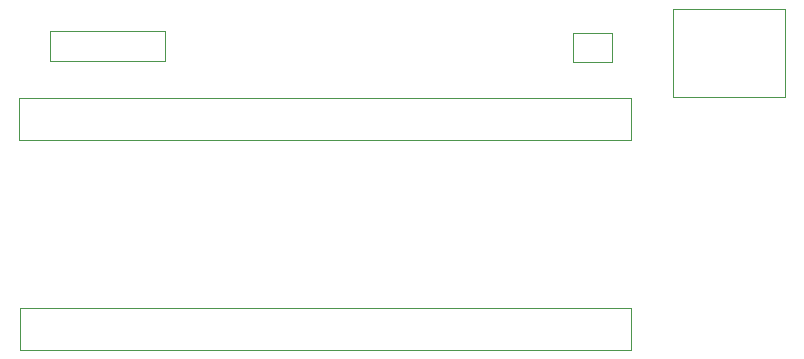
<source format=gbr>
G04 #@! TF.GenerationSoftware,KiCad,Pcbnew,8.0.5*
G04 #@! TF.CreationDate,2024-10-04T03:51:19+02:00*
G04 #@! TF.ProjectId,SD-10005v,53442d31-3030-4303-9576-2e6b69636164,rev?*
G04 #@! TF.SameCoordinates,Original*
G04 #@! TF.FileFunction,Other,User*
%FSLAX46Y46*%
G04 Gerber Fmt 4.6, Leading zero omitted, Abs format (unit mm)*
G04 Created by KiCad (PCBNEW 8.0.5) date 2024-10-04 03:51:19*
%MOMM*%
%LPD*%
G01*
G04 APERTURE LIST*
%ADD10C,0.050000*%
G04 APERTURE END LIST*
D10*
G04 #@! TO.C,J1*
X74720000Y-59050000D02*
X126520000Y-59050000D01*
X74720000Y-62600000D02*
X74720000Y-59050000D01*
X126520000Y-59050000D02*
X126520000Y-62600000D01*
X126520000Y-62600000D02*
X74720000Y-62600000D01*
G04 #@! TO.C,D1*
X77309000Y-35580000D02*
X77309000Y-38080000D01*
X77309000Y-38080000D02*
X87029000Y-38080000D01*
X87029000Y-35580000D02*
X77309000Y-35580000D01*
X87029000Y-38080000D02*
X87029000Y-35580000D01*
G04 #@! TO.C,J2*
X74700000Y-41250000D02*
X126500000Y-41250000D01*
X74700000Y-44800000D02*
X74700000Y-41250000D01*
X126500000Y-41250000D02*
X126500000Y-44800000D01*
X126500000Y-44800000D02*
X74700000Y-44800000D01*
G04 #@! TO.C,SW1*
X130000000Y-33700000D02*
X130250000Y-33700000D01*
X130000000Y-33950000D02*
X130000000Y-33700000D01*
X130000000Y-40950000D02*
X130000000Y-33950000D01*
X130000000Y-40950000D02*
X130000000Y-41200000D01*
X130000000Y-41200000D02*
X130250000Y-41200000D01*
X130250000Y-33700000D02*
X139250000Y-33700000D01*
X139250000Y-33700000D02*
X139500000Y-33700000D01*
X139250000Y-41200000D02*
X130250000Y-41200000D01*
X139250000Y-41200000D02*
X139500000Y-41200000D01*
X139500000Y-33700000D02*
X139500000Y-33950000D01*
X139500000Y-33950000D02*
X139500000Y-40950000D01*
X139500000Y-41200000D02*
X139500000Y-40950000D01*
G04 #@! TO.C,JP1*
X121540000Y-35707000D02*
X124840000Y-35707000D01*
X121540000Y-35707000D02*
X121540000Y-38207000D01*
X124840000Y-38207000D02*
X124840000Y-35707000D01*
X124840000Y-38207000D02*
X121540000Y-38207000D01*
G04 #@! TD*
M02*

</source>
